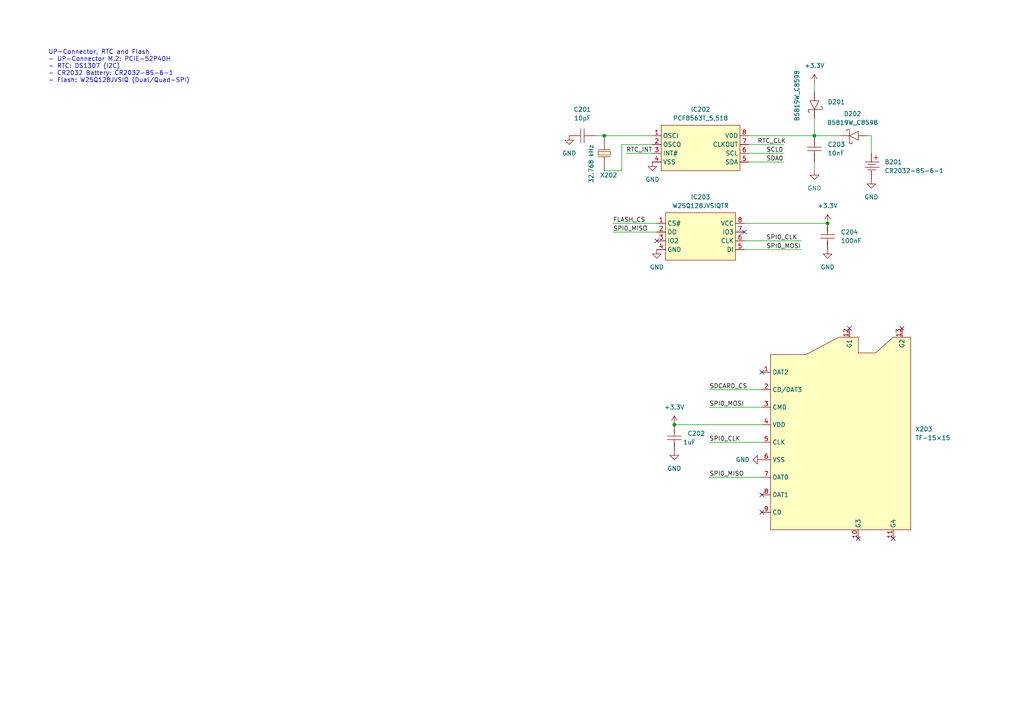
<source format=kicad_sch>
(kicad_sch (version 20211123) (generator eeschema)
  (paper "A4")
  (title_block (title "EduboardV2 Baseboard") (date "2022-06-05") (rev "1") (company "Juventus Technikerschule"))
  (lib_symbols
    (symbol "+3.3V_1" (power) (pin_names (offset 0))
      (property "Value" "+3.3V_1" (at 0 5.08 0))
      (symbol "+3.3V_1_0_1"
        (polyline (pts (xy -0.762 1.27) (xy 0 2.54)))
        (polyline (pts (xy 0 0) (xy 0 2.54)))
        (polyline (pts (xy 0 2.54) (xy 0.762 1.27)))
      )
      (symbol "+3.3V_1_1_1"
        (pin power_out line (at 0 0 90) (length 0) hide (name "+3.3V") (number "1"))
      )
    )
    (symbol "+3.3V_2" (power) (pin_names (offset 0))
      (property "Value" "+3.3V_2" (at 0 5.08 0))
      (symbol "+3.3V_2_0_1"
        (polyline (pts (xy -0.762 1.27) (xy 0 2.54)))
        (polyline (pts (xy 0 0) (xy 0 2.54)))
        (polyline (pts (xy 0 2.54) (xy 0.762 1.27)))
      )
      (symbol "+3.3V_2_1_1"
        (pin power_out line (at 0 0 90) (length 0) hide (name "+3.3V") (number "1"))
      )
    )
    (symbol "GND_1" (power) (pin_names (offset 0))
      (property "Value" "GND_1" (at 0 -5.08 0))
      (symbol "GND_1_0_1"
        (polyline (pts (xy 0 0) (xy 0 -1.27) (xy 1.27 -1.27) (xy 0 -2.54) (xy -1.27 -1.27) (xy 0 -1.27)))
      )
      (symbol "GND_1_1_1"
        (pin power_out line (at 0 0 270) (length 0) hide (name "GND") (number "1"))
      )
    )
    (symbol "GND_2" (power) (pin_names (offset 0))
      (property "Value" "GND_2" (at 0 -5.08 0))
      (symbol "GND_2_0_1"
        (polyline (pts (xy 0 0) (xy 0 -1.27) (xy 1.27 -1.27) (xy 0 -2.54) (xy -1.27 -1.27) (xy 0 -1.27)))
      )
      (symbol "GND_2_1_1"
        (pin power_out line (at 0 0 270) (length 0) hide (name "GND") (number "1"))
      )
    )
    (symbol "GND_3" (power) (pin_names (offset 0))
      (property "Value" "GND_3" (at 0 -5.08 0))
      (symbol "GND_3_0_1"
        (polyline (pts (xy 0 0) (xy 0 -1.27) (xy 1.27 -1.27) (xy 0 -2.54) (xy -1.27 -1.27) (xy 0 -1.27)))
      )
      (symbol "GND_3_1_1"
        (pin power_out line (at 0 0 270) (length 0) hide (name "GND") (number "1"))
      )
    )
    (symbol "GND_4" (power) (pin_names (offset 0))
      (property "Value" "GND_4" (at 0 -5.08 0))
      (symbol "GND_4_0_1"
        (polyline (pts (xy 0 0) (xy 0 -1.27) (xy 1.27 -1.27) (xy 0 -2.54) (xy -1.27 -1.27) (xy 0 -1.27)))
      )
      (symbol "GND_4_1_1"
        (pin power_out line (at 0 0 270) (length 0) hide (name "GND") (number "1"))
      )
    )
    (symbol "GND_5" (power) (pin_names (offset 0))
      (property "Value" "GND_5" (at 0 -5.08 0))
      (symbol "GND_5_0_1"
        (polyline (pts (xy 0 0) (xy 0 -1.27) (xy 1.27 -1.27) (xy 0 -2.54) (xy -1.27 -1.27) (xy 0 -1.27)))
      )
      (symbol "GND_5_1_1"
        (pin power_out line (at 0 0 270) (length 0) hide (name "GND") (number "1"))
      )
    )
    (symbol "GND_6" (power) (pin_names (offset 0))
      (property "Value" "GND_6" (at 0 -5.08 0))
      (symbol "GND_6_0_1"
        (polyline (pts (xy 0 0) (xy 0 -1.27) (xy 1.27 -1.27) (xy 0 -2.54) (xy -1.27 -1.27) (xy 0 -1.27)))
      )
      (symbol "GND_6_1_1"
        (pin power_out line (at 0 0 270) (length 0) hide (name "GND") (number "1"))
      )
    )
    (symbol "GND_7" (power) (pin_names (offset 0))
      (property "Value" "GND_7" (at 0 -5.08 0))
      (symbol "GND_7_0_1"
        (polyline (pts (xy 0 0) (xy 0 -1.27) (xy 1.27 -1.27) (xy 0 -2.54) (xy -1.27 -1.27) (xy 0 -1.27)))
      )
      (symbol "GND_7_1_1"
        (pin power_out line (at 0 0 270) (length 0) hide (name "GND") (number "1"))
      )
    )
    (symbol "eduboardv2:+3.3V" (power) (pin_names (offset 0))
      (property "Value" "+3.3V" (at 0 5.08 0))
      (symbol "+3.3V_0_1"
        (polyline (pts (xy -0.762 1.27) (xy 0 2.54)))
        (polyline (pts (xy 0 0) (xy 0 2.54)))
        (polyline (pts (xy 0 2.54) (xy 0.762 1.27)))
      )
      (symbol "+3.3V_1_1"
        (pin power_out line (at 0 0 90) (length 0) hide (name "+3.3V") (number "1"))
      )
    )
    (symbol "eduboardv2:B5819W_C8598" (pin_numbers hide) (pin_names hide)
      (property "Reference" "D?" (at 0 5.08 0))
      (property "Value" "B5819W_C8598" (at 0 -5.08 0))
      (symbol "B5819W_C8598_0_1"
        (polyline (pts (xy 1.27 1.27) (xy 1.27 -1.27)))
        (polyline (pts (xy 1.27 1.27) (xy -1.27 0) (xy 1.27 -1.27)))
        (polyline (pts (xy -0.508 -1.778) (xy -0.508 -2.286) (xy -1.27 -2.286) (xy -1.27 1.016) (xy -1.27 1.778) (xy -2.032 1.778) (xy -2.032 1.27)))
        (pin passive line (at -3.81 0 0) (length 2.54) (name "-") (number "1"))
        (pin passive line (at 3.81 0 180) (length 2.54) (name "+") (number "2"))
      )
    )
    (symbol "eduboardv2:CL05A105KA5NQNC" (pin_numbers hide) (pin_names hide)
      (property "Reference" "C?" (at 0 5.08 0))
      (property "Value" "CL05A105KA5NQNC" (at 0 -5.08 0))
      (symbol "CL05A105KA5NQNC_0_1"
        (polyline (pts (xy -0.508 -2.032) (xy -0.508 2.032)))
        (polyline (pts (xy -0.508 0) (xy -2.54 0)))
        (polyline (pts (xy 0.508 2.032) (xy 0.508 -2.032)))
        (polyline (pts (xy 2.54 0) (xy 0.508 0)))
        (pin passive line (at -3.81 0 0) (length 2.54) (name "1") (number "1"))
        (pin passive line (at 3.81 0 180) (length 2.54) (name "2") (number "2"))
      )
    )
    (symbol "eduboardv2:CL05B103KB5NNNC" (pin_numbers hide) (pin_names hide)
      (property "Reference" "C?" (at 0 5.08 0))
      (property "Value" "CL05B103KB5NNNC" (at 0 -5.08 0))
      (symbol "CL05B103KB5NNNC_0_1"
        (polyline (pts (xy -1.27 0) (xy -0.508 0)))
        (polyline (pts (xy -0.508 2.032) (xy -0.508 -2.032)))
        (polyline (pts (xy 0.508 0) (xy 1.27 0)))
        (polyline (pts (xy 0.508 2.032) (xy 0.508 -2.032)))
        (pin passive line (at -3.81 0 0) (length 2.54) (name "1") (number "1"))
        (pin passive line (at 3.81 0 180) (length 2.54) (name "2") (number "2"))
      )
    )
    (symbol "eduboardv2:CL05B104KB54PNC" (pin_numbers hide) (pin_names hide)
      (property "Reference" "C?" (at 0 5.08 0))
      (property "Value" "CL05B104KB54PNC" (at 0 -5.08 0))
      (symbol "CL05B104KB54PNC_0_1"
        (polyline (pts (xy -0.508 0) (xy -2.54 0)))
        (polyline (pts (xy -0.508 2.032) (xy -0.508 -2.032)))
        (polyline (pts (xy 0.508 -2.032) (xy 0.508 2.032)))
        (polyline (pts (xy 2.54 0) (xy 0.508 0)))
        (pin passive line (at -3.81 0 0) (length 2.54) (name "1") (number "1"))
        (pin passive line (at 3.81 0 180) (length 2.54) (name "2") (number "2"))
      )
    )
    (symbol "eduboardv2:CL05C100JB5NNNC" (pin_numbers hide) (pin_names hide)
      (property "Reference" "C?" (at 0 5.08 0))
      (property "Value" "CL05C100JB5NNNC" (at 0 -5.08 0))
      (symbol "CL05C100JB5NNNC_0_1"
        (polyline (pts (xy -0.508 -2.032) (xy -0.508 2.032)))
        (polyline (pts (xy -0.508 0) (xy -2.54 0)))
        (polyline (pts (xy 0.508 2.032) (xy 0.508 -2.032)))
        (polyline (pts (xy 2.54 0) (xy 0.508 0)))
        (pin passive line (at -3.81 0 0) (length 2.54) (name "1") (number "1"))
        (pin passive line (at 3.81 0 180) (length 2.54) (name "2") (number "2"))
      )
    )
    (symbol "eduboardv2:CR2032-BS-6-1" (pin_numbers hide) (pin_names hide)
      (property "Reference" "B?" (at 0 5.08 0))
      (property "Value" "CR2032-BS-6-1" (at 0 -5.08 0))
      (symbol "CR2032-BS-6-1_0_1"
        (polyline (pts (xy -3.1857 1.3388) (xy -1.9157 1.3388)))
        (polyline (pts (xy -2.5423 0.7075) (xy -2.5423 1.9775)))
        (polyline (pts (xy -1.27 2.286) (xy -1.27 -1.778)))
        (polyline (pts (xy -0.508 1.27) (xy -0.508 -1.016)))
        (polyline (pts (xy 0.254 2.286) (xy 0.254 -1.778)))
        (polyline (pts (xy 1.016 1.27) (xy 1.016 -1.016)))
        (pin passive line (at -3.81 0 0) (length 2.54) (name "1") (number "1"))
        (pin passive line (at 3.81 0 180) (length 2.54) (name "2") (number "2"))
      )
    )
    (symbol "eduboardv2:GND" (power) (pin_names (offset 0))
      (property "Value" "GND" (at 0 -5.08 0))
      (symbol "GND_0_1"
        (polyline (pts (xy 0 0) (xy 0 -1.27) (xy 1.27 -1.27) (xy 0 -2.54) (xy -1.27 -1.27) (xy 0 -1.27)))
      )
      (symbol "GND_1_1"
        (pin power_out line (at 0 0 270) (length 0) hide (name "GND") (number "1"))
      )
    )
    (symbol "eduboardv2:PCF8563T_5,518"
      (property "Reference" "U?" (at 0 8.89 0))
      (property "Value" "PCF8563T/5,518" (at 0 -8.89 0))
      (symbol "PCF8563T_5,518_0_1"
        (rectangle (start -11.43 6.86) (end 11.43 -6.35) (fill (type background)))
        (pin passive line (at -13.97 3.81 0) (length 2.54) (name "OSCI") (number "1"))
        (pin passive line (at -13.97 1.27 0) (length 2.54) (name "OSCO") (number "2"))
        (pin passive line (at -13.97 -1.27 0) (length 2.54) (name "INT#") (number "3"))
        (pin passive line (at -13.97 -3.81 0) (length 2.54) (name "VSS") (number "4"))
        (pin passive line (at 13.97 -3.81 180) (length 2.54) (name "SDA") (number "5"))
        (pin passive line (at 13.97 -1.27 180) (length 2.54) (name "SCL") (number "6"))
        (pin passive line (at 13.97 1.27 180) (length 2.54) (name "CLKOUT") (number "7"))
        (pin passive line (at 13.97 3.81 180) (length 2.54) (name "VDD") (number "8"))
      )
    )
    (symbol "eduboardv2:Q13FC1350000400" (pin_numbers hide) (pin_names hide)
      (property "Reference" "X?" (at 0 5.08 0))
      (property "Value" "Q13FC1350000400" (at 0 -5.08 0))
      (symbol "Q13FC1350000400_0_1"
        (rectangle (start -0.51 1.78) (end 0.51 -1.78) (fill (type background)))
        (polyline (pts (xy -2.54 0) (xy -1.016 0)))
        (polyline (pts (xy -1.016 1.778) (xy -1.016 -1.778)))
        (polyline (pts (xy 1.016 0) (xy 2.54 0)))
        (polyline (pts (xy 1.016 1.778) (xy 1.016 -1.778)))
        (pin passive line (at -5.08 0 0) (length 2.54) (name "1") (number "1"))
        (pin passive line (at 5.08 0 180) (length 2.54) (name "2") (number "2"))
      )
    )
    (symbol "eduboardv2:TF-15×15"
      (property "Reference" "Card?" (at 0 35.56 0))
      (property "Value" "TF-15×15" (at 0 -35.56 0))
      (symbol "TF-15×15_0_1"
        (polyline (pts (xy -16.51 22.86) (xy -6.35 22.86) (xy 3.302 27.94) (xy 8.89 27.94) (xy 8.89 23.368) (xy 13.97 23.368) (xy 19.05 27.94) (xy 24.13 27.94) (xy 24.13 -27.94) (xy -16.51 -27.94) (xy -16.51 22.86)) (fill (type background)))
        (pin passive line (at -19.05 17.78 0) (length 2.54) (name "DAT2") (number "1"))
        (pin passive line (at 8.89 -30.48 90) (length 2.54) (name "G3") (number "10"))
        (pin passive line (at 19.05 -30.48 90) (length 2.54) (name "G4") (number "11"))
        (pin passive line (at 6.35 30.48 270) (length 2.54) (name "G1") (number "12"))
        (pin passive line (at 21.59 30.48 270) (length 2.54) (name "G2") (number "13"))
        (pin passive line (at -19.05 12.7 0) (length 2.54) (name "CD/DAT3") (number "2"))
        (pin passive line (at -19.05 7.62 0) (length 2.54) (name "CMD") (number "3"))
        (pin passive line (at -19.05 2.54 0) (length 2.54) (name "VDD") (number "4"))
        (pin passive line (at -19.05 -2.54 0) (length 2.54) (name "CLK") (number "5"))
        (pin passive line (at -19.05 -7.62 0) (length 2.54) (name "VSS") (number "6"))
        (pin passive line (at -19.05 -12.7 0) (length 2.54) (name "DAT0") (number "7"))
        (pin passive line (at -19.05 -17.78 0) (length 2.54) (name "DAT1") (number "8"))
        (pin passive line (at -19.05 -22.86 0) (length 2.54) (name "CD") (number "9"))
      )
    )
    (symbol "eduboardv2:W25Q128JVSIQTR"
      (property "Reference" "U?" (at 0 8.89 0))
      (property "Value" "W25Q128JVSIQTR" (at 0 -8.89 0))
      (symbol "W25Q128JVSIQTR_0_1"
        (rectangle (start -10.16 6.86) (end 10.16 -6.86) (fill (type background)))
        (pin passive line (at -12.7 3.81 0) (length 2.54) (name "CS#") (number "1"))
        (pin passive line (at -12.7 1.27 0) (length 2.54) (name "DO") (number "2"))
        (pin passive line (at -12.7 -1.27 0) (length 2.54) (name "IO2") (number "3"))
        (pin passive line (at -12.7 -3.81 0) (length 2.54) (name "GND") (number "4"))
        (pin passive line (at 12.7 -3.81 180) (length 2.54) (name "DI") (number "5"))
        (pin passive line (at 12.7 -1.27 180) (length 2.54) (name "CLK") (number "6"))
        (pin passive line (at 12.7 1.27 180) (length 2.54) (name "IO3") (number "7"))
        (pin passive line (at 12.7 3.81 180) (length 2.54) (name "VCC") (number "8"))
      )
    )
  )
  (junction (at 236.22 39.37))
  (junction (at 195.58 123.19))
  (junction (at 175.26 39.37))
  (junction (at 240.03 64.77))
  (no_connect (at 190.5 69.85))
  (no_connect (at 215.9 67.31))
  (no_connect (at 220.98 107.95))
  (no_connect (at 259.08 156.21))
  (no_connect (at 248.92 156.21))
  (no_connect (at 261.62 95.25))
  (no_connect (at 246.38 95.25))
  (no_connect (at 220.98 143.51))
  (no_connect (at 220.98 148.59))
  (wire (pts (xy 172.72 39.37) (xy 175.26 39.37)))
  (wire (pts (xy 217.17 46.99) (xy 227.33 46.99)))
  (wire (pts (xy 181.61 44.45) (xy 189.23 44.45)))
  (wire (pts (xy 217.17 39.37) (xy 236.22 39.37)))
  (wire (pts (xy 236.22 39.37) (xy 243.84 39.37)))
  (wire (pts (xy 215.9 72.39) (xy 232.41 72.39)))
  (wire (pts (xy 205.74 128.27) (xy 220.98 128.27)))
  (wire (pts (xy 217.17 44.45) (xy 227.33 44.45)))
  (wire (pts (xy 205.74 113.03) (xy 220.98 113.03)))
  (wire (pts (xy 205.74 138.43) (xy 220.98 138.43)))
  (wire (pts (xy 177.8 64.77) (xy 190.5 64.77)))
  (wire (pts (xy 175.26 39.37) (xy 189.23 39.37)))
  (wire (pts (xy 236.22 49.53) (xy 236.22 46.99)))
  (wire (pts (xy 175.26 49.53) (xy 180.34 49.53)))
  (wire (pts (xy 215.9 69.85) (xy 232.41 69.85)))
  (wire (pts (xy 252.73 39.37) (xy 251.46 39.37)))
  (wire (pts (xy 189.23 41.91) (xy 180.34 41.91)))
  (wire (pts (xy 252.73 44.45) (xy 252.73 39.37)))
  (wire (pts (xy 177.8 67.31) (xy 190.5 67.31)))
  (wire (pts (xy 205.74 118.11) (xy 220.98 118.11)))
  (wire (pts (xy 236.22 34.29) (xy 236.22 39.37)))
  (wire (pts (xy 215.9 64.77) (xy 240.03 64.77)))
  (wire (pts (xy 180.34 41.91) (xy 180.34 49.53)))
  (wire (pts (xy 195.58 123.19) (xy 220.98 123.19)))
  (wire (pts (xy 217.17 41.91) (xy 227.33 41.91)))
  (wire (pts (xy 236.22 24.13) (xy 236.22 26.67)))
  (text "UP-Connector, RTC and Flash\n- UP-Connector M.2: PCIE-52P40H\n- RTC: DS1307 (I2C)\n- CR2032 Battery: CR2032-BS-6-1\n- Flash: W25Q128JVSIQ (Dual/Quad-SPI)" (at 13.97 24.13 0) (effects (font (size 1.27 1.27)) (justify left bottom)))
  (label "RTC_INT" (at 181.61 44.45 0))
  (label "SDCARD_CS" (at 205.74 113.03 0))
  (label "FLASH_CS" (at 177.8 64.77 0))
  (label "RTC_CLK" (at 219.71 41.91 0))
  (label "SPI0_MISO" (at 205.74 138.43 0))
  (label "SDA0" (at 222.25 46.99 0))
  (label "SPI0_MOSI" (at 205.74 118.11 0))
  (label "SPI0_MOSI" (at 222.25 72.39 0))
  (label "SCL0" (at 222.25 44.45 0))
  (label "SPI0_MISO" (at 177.8 67.31 0))
  (label "SPI0_CLK" (at 205.74 128.27 0))
  (label "SPI0_CLK" (at 222.25 69.85 0))
  (symbol (lib_id "eduboardv2:B5819W_C8598") (at 247.65 39.37 0) (unit 1)
    (property "Reference" "D202" (at 247.269 33.02 0))
    (property "Value" "B5819W_C8598" (at 247.269 35.56 0))
    (property "Footprint" "SOD-123_L2.7-W1.6-LS3.7-RD-1" (effects hide))
    (property "Datasheet" "https://lcsc.com/product-detail/Schottky-Barrier-Diodes-SBD_B5819W-SL_C8598.html" (effects hide))
    (property "Manufacturer" "CJ" (effects hide))
    (property "LCSC Part" "C8598" (effects hide))
    (property "JLC Part" "Basic Part" (effects hide))
    (property "MPN" "B5819W_C8598" (effects hide))
  )
  (symbol (lib_name "GND_4") (lib_id "eduboardv2:GND") (at 220.98 133.35 270) (unit 1)
    (property "Reference" "#PWR0206" (effects hide))
    (property "Value" "GND" (at 213.36 133.35 90) (effects (justify left)))
  )
  (symbol (lib_id "eduboardv2:W25Q128JVSIQTR") (at 203.2 68.58 0) (unit 1)
    (property "Reference" "IC203" (at 203.2 57.15 0))
    (property "Value" "W25Q128JVSIQTR" (at 203.2 59.69 0))
    (property "Footprint" "SOIC-8_L5.3-W5.3-P1.27-LS8.0-BL" (effects hide))
    (property "Datasheet" "https://lcsc.com/product-detail/FLASH_W25Q128JVSIQTR_C97521.html" (effects hide))
    (property "Manufacturer" "WINBOND" (effects hide))
    (property "LCSC Part" "C97521" (effects hide))
    (property "JLC Part" "Basic Part" (effects hide))
    (property "MPN" "W25Q128JVSIQTR" (effects hide))
  )
  (symbol (lib_name "GND_1") (lib_id "eduboardv2:GND") (at 190.5 72.39 0) (unit 1)
    (property "Reference" "#PWR0203" (effects hide))
    (property "Value" "GND" (at 190.5 77.47 0))
  )
  (symbol (lib_id "eduboardv2:CL05C100JB5NNNC") (at 168.91 39.37 180) (unit 1)
    (property "Reference" "C201" (at 168.91 31.75 0))
    (property "Value" "10pF" (at 168.91 34.29 0))
    (property "Footprint" "C0402" (effects hide))
    (property "Datasheet" "https://lcsc.com/product-detail/Multilayer-Ceramic-Capacitors-MLCC-SMD-SMT_SAMSUNG_CL05C100JB5NNNC_10pF-100-5-50V_C32949.html" (effects hide))
    (property "Manufacturer" "SAMSUNG" (effects hide))
    (property "LCSC Part" "C32949" (effects hide))
    (property "JLC Part" "Basic Part" (effects hide))
    (property "MPN" "CL05C100JB5NNNC" (effects hide))
  )
  (symbol (lib_id "eduboardv2:CR2032-BS-6-1") (at 252.73 48.26 270) (unit 1)
    (property "Reference" "B201" (at 256.54 46.9899 90) (effects (justify left)))
    (property "Value" "CR2032-BS-6-1" (at 256.54 49.5299 90) (effects (justify left)))
    (property "Footprint" "BAT-TH_CR2032-BS-6-1" (effects hide))
    (property "Datasheet" "https://lcsc.com/product-detail/Battery-Holders-Clips-Contacts_Button-battery-holder-CR2032_C70377.html" (effects hide))
    (property "Manufacturer" "Q&J" (effects hide))
    (property "LCSC Part" "C70377" (effects hide))
    (property "JLC Part" "Extended Part" (effects hide))
    (property "MPN" "CR2032-BS-6-1" (effects hide))
  )
  (symbol (lib_id "eduboardv2:CL05B103KB5NNNC") (at 236.22 43.18 90) (unit 1)
    (property "Reference" "C203" (at 240.03 41.9099 90) (effects (justify right)))
    (property "Value" "10nF" (at 240.03 44.4499 90) (effects (justify right)))
    (property "Footprint" "C0402" (effects hide))
    (property "Datasheet" "https://lcsc.com/product-detail/Multilayer-Ceramic-Capacitors-MLCC-SMD-SMT_SAMSUNG_CL05B103KB5NNNC_10nF-103-10-50V_C15195.html" (effects hide))
    (property "Manufacturer" "SAMSUNG" (effects hide))
    (property "LCSC Part" "C15195" (effects hide))
    (property "JLC Part" "Basic Part" (effects hide))
    (property "MPN" "CL05B103KB5NNNC" (effects hide))
  )
  (symbol (lib_name "GND_2") (lib_id "eduboardv2:GND") (at 189.23 46.99 0) (unit 1)
    (property "Reference" "#PWR0202" (effects hide))
    (property "Value" "GND" (at 189.23 52.07 0))
  )
  (symbol (lib_id "eduboardv2:CL05A105KA5NQNC") (at 195.58 127 90) (unit 1)
    (property "Reference" "C202" (at 199.39 125.7299 90) (effects (justify right)))
    (property "Value" "1uF" (at 198.12 128.27 90) (effects (justify right)))
    (property "Footprint" "C0402" (effects hide))
    (property "Datasheet" "https://lcsc.com/product-detail/Multilayer-Ceramic-Capacitors-MLCC-SMD-SMT_SAMSUNG_CL05A105KA5NQNC_1uF-105-10-25V_C52923.html" (effects hide))
    (property "Manufacturer" "SAMSUNG" (effects hide))
    (property "LCSC Part" "C52923" (effects hide))
    (property "JLC Part" "Basic Part" (effects hide))
    (property "MPN" "CL05A105KA5NQNC" (effects hide))
  )
  (symbol (lib_id "eduboardv2:B5819W_C8598") (at 236.22 30.48 90) (unit 1)
    (property "Reference" "D201" (at 240.03 29.5909 90) (effects (justify right)))
    (property "Value" "B5819W_C8598" (at 231.14 20.32 0) (effects (justify right)))
    (property "Footprint" "SOD-123_L2.7-W1.6-LS3.7-RD-1" (effects hide))
    (property "Datasheet" "https://lcsc.com/product-detail/Schottky-Barrier-Diodes-SBD_B5819W-SL_C8598.html" (effects hide))
    (property "Manufacturer" "CJ" (effects hide))
    (property "LCSC Part" "C8598" (effects hide))
    (property "JLC Part" "Basic Part" (effects hide))
    (property "MPN" "B5819W_C8598" (effects hide))
  )
  (symbol (lib_name "+3.3V_1") (lib_id "eduboardv2:+3.3V") (at 240.03 64.77 0) (unit 1)
    (property "Reference" "#PWR0209" (effects hide))
    (property "Value" "+3.3V" (at 240.03 59.69 0))
  )
  (symbol (lib_id "eduboardv2:+3.3V") (at 195.58 123.19 0) (unit 1)
    (property "Reference" "#PWR0204" (effects hide))
    (property "Value" "+3.3V" (at 195.58 118.11 0))
  )
  (symbol (lib_name "GND_3") (lib_id "eduboardv2:GND") (at 165.1 39.37 0) (unit 1)
    (property "Reference" "#PWR0201" (effects hide))
    (property "Value" "GND" (at 165.1 44.45 0))
  )
  (symbol (lib_id "eduboardv2:TF-15×15") (at 240.03 125.73 0) (unit 1)
    (property "Reference" "X203" (at 265.43 124.4599 0) (effects (justify left)))
    (property "Value" "TF-15×15" (at 265.43 126.9999 0) (effects (justify left)))
    (property "Footprint" "TF-SMD_TF-15-15" (effects hide))
    (property "Datasheet" "https://lcsc.com/product-detail/Card-Sockets_TF-15-15_C111196.html" (effects hide))
    (property "Manufacturer" "SOFNG" (effects hide))
    (property "LCSC Part" "C111196" (effects hide))
    (property "JLC Part" "Extended Part" (effects hide))
    (property "MPN" "TF-15×15" (effects hide))
  )
  (symbol (lib_name "+3.3V_2") (lib_id "eduboardv2:+3.3V") (at 236.22 24.13 0) (unit 1)
    (property "Reference" "#PWR0207" (effects hide))
    (property "Value" "+3.3V" (at 236.22 19.05 0))
  )
  (symbol (lib_name "GND_5") (lib_id "eduboardv2:GND") (at 240.03 72.39 0) (unit 1)
    (property "Reference" "#PWR0210" (effects hide))
    (property "Value" "GND" (at 240.03 77.47 0))
  )
  (symbol (lib_id "eduboardv2:Q13FC1350000400") (at 175.26 44.45 90) (unit 1)
    (property "Reference" "X202" (at 173.99 50.8 90) (effects (justify right)))
    (property "Value" "32.768 kHz" (at 171.45 41.91 0) (effects (justify right)))
    (property "Footprint" "FC-135R_L3.2-W1.5" (effects hide))
    (property "Datasheet" "https://lcsc.com/product-detail/SMD-Crystals_EPSON_Q13FC1350000400_32-768KHz-20ppm-12-5pF_C32346.html" (effects hide))
    (property "Manufacturer" "EPSON" (effects hide))
    (property "LCSC Part" "C32346" (effects hide))
    (property "JLC Part" "Basic Part" (effects hide))
    (property "MPN" "Q13FC1350000400" (effects hide))
  )
  (symbol (lib_id "eduboardv2:CL05B104KB54PNC") (at 240.03 68.58 90) (unit 1)
    (property "Reference" "C204" (at 243.84 67.3099 90) (effects (justify right)))
    (property "Value" "100nF" (at 243.84 69.8499 90) (effects (justify right)))
    (property "Footprint" "C0402" (effects hide))
    (property "Datasheet" "https://lcsc.com/product-detail/Others_Samsung-Electro-Mechanics_CL05B104KB54PNC_Samsung-Electro-Mechanics-CL05B104KB54PNC_C307331.html" (effects hide))
    (property "Manufacturer" "Samsung Electro-Mechanics" (effects hide))
    (property "LCSC Part" "C307331" (effects hide))
    (property "JLC Part" "Basic Part" (effects hide))
    (property "MPN" "CL05B104KB54PNC" (effects hide))
  )
  (symbol (lib_name "GND_6") (lib_id "eduboardv2:GND") (at 252.73 52.07 0) (unit 1)
    (property "Reference" "#PWR0211" (effects hide))
    (property "Value" "GND" (at 252.73 57.15 0))
  )
  (symbol (lib_id "eduboardv2:PCF8563T_5,518") (at 203.2 43.18 0) (unit 1)
    (property "Reference" "IC202" (at 203.2 31.75 0))
    (property "Value" "PCF8563T_5,518" (at 203.2 34.29 0))
    (property "Footprint" "SOIC-8_L5.0-W4.0-P1.27-LS6.0-BL" (effects hide))
    (property "Datasheet" "https://lcsc.com/product-detail/Real-time-Clocks_NXP_PCF8563T-5-518_PCF8563T-5-518_C7440.html" (effects hide))
    (property "Manufacturer" "NXP" (effects hide))
    (property "LCSC Part" "C7440" (effects hide))
    (property "JLC Part" "Basic Part" (effects hide))
    (property "MPN" "PCF8563T/5,518" (effects hide))
  )
  (symbol (lib_id "eduboardv2:GND") (at 195.58 130.81 0) (unit 1)
    (property "Reference" "#PWR0205" (effects hide))
    (property "Value" "GND" (at 195.58 135.89 0))
  )
  (symbol (lib_name "GND_7") (lib_id "eduboardv2:GND") (at 236.22 49.53 0) (unit 1)
    (property "Reference" "#PWR0208" (effects hide))
    (property "Value" "GND" (at 236.22 54.61 0))
  )
)
</source>
